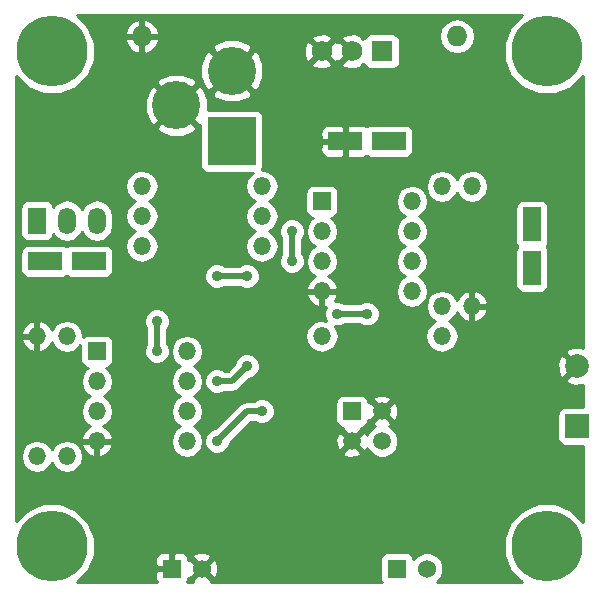
<source format=gbl>
G04 (created by PCBNEW (2013-07-07 BZR 4022)-stable) date Wed 10 May 2017 02:19:22 AM CDT*
%MOIN*%
G04 Gerber Fmt 3.4, Leading zero omitted, Abs format*
%FSLAX34Y34*%
G01*
G70*
G90*
G04 APERTURE LIST*
%ADD10C,0.00590551*%
%ADD11R,0.059X0.059*%
%ADD12O,0.059X0.059*%
%ADD13R,0.16X0.16*%
%ADD14C,0.16*%
%ADD15O,0.059X0.0885*%
%ADD16R,0.059X0.0885*%
%ADD17O,0.069X0.069*%
%ADD18C,0.23622*%
%ADD19R,0.069X0.069*%
%ADD20C,0.069*%
%ADD21C,0.059*%
%ADD22R,0.059X0.114*%
%ADD23R,0.114X0.059*%
%ADD24R,0.079X0.079*%
%ADD25C,0.079*%
%ADD26R,0.06X0.06*%
%ADD27C,0.06*%
%ADD28C,0.035*%
%ADD29C,0.02*%
%ADD30C,0.01*%
G04 APERTURE END LIST*
G54D10*
G54D11*
X78000Y-41000D03*
G54D12*
X78000Y-42000D03*
X78000Y-43000D03*
X78000Y-44000D03*
X81000Y-44000D03*
X81000Y-43000D03*
X81000Y-41000D03*
X81000Y-42000D03*
X82000Y-45500D03*
X78000Y-45500D03*
X82000Y-44500D03*
X82000Y-40500D03*
X83000Y-40500D03*
X83000Y-44500D03*
X72000Y-40500D03*
X76000Y-40500D03*
X72000Y-42500D03*
X76000Y-42500D03*
X76000Y-41500D03*
X72000Y-41500D03*
G54D13*
X75000Y-39000D03*
G54D14*
X75000Y-36650D03*
X73150Y-37800D03*
G54D15*
X69500Y-41647D03*
X70500Y-41647D03*
G54D16*
X68500Y-41647D03*
G54D17*
X72000Y-35500D03*
X82500Y-35500D03*
G54D18*
X69000Y-36000D03*
X85500Y-36000D03*
X69000Y-52500D03*
X85500Y-52500D03*
G54D19*
X80000Y-36000D03*
G54D20*
X78000Y-36000D03*
X79000Y-36000D03*
G54D11*
X79000Y-48000D03*
G54D21*
X80000Y-49000D03*
X80000Y-48000D03*
X79000Y-49000D03*
G54D22*
X85000Y-43225D03*
X85000Y-41775D03*
G54D23*
X80225Y-39000D03*
X78775Y-39000D03*
X70225Y-43000D03*
X68775Y-43000D03*
G54D12*
X69500Y-45500D03*
X69500Y-49500D03*
X68500Y-49500D03*
X68500Y-45500D03*
G54D11*
X70500Y-46000D03*
G54D12*
X70500Y-47000D03*
X70500Y-48000D03*
X70500Y-49000D03*
X73500Y-49000D03*
X73500Y-48000D03*
X73500Y-46000D03*
X73500Y-47000D03*
G54D24*
X86500Y-48500D03*
G54D25*
X86500Y-46500D03*
G54D26*
X80500Y-53250D03*
G54D27*
X81500Y-53250D03*
G54D26*
X73000Y-53250D03*
G54D27*
X74000Y-53250D03*
G54D28*
X76000Y-48000D03*
X74500Y-49000D03*
X77000Y-42000D03*
X77000Y-43000D03*
X75500Y-43500D03*
X74500Y-43500D03*
X72500Y-45000D03*
X72500Y-46000D03*
X79500Y-44750D03*
X78500Y-44750D03*
X75500Y-46500D03*
X74500Y-47000D03*
G54D29*
X75500Y-48000D02*
X76000Y-48000D01*
X74500Y-49000D02*
X75500Y-48000D01*
X77000Y-43000D02*
X77000Y-42000D01*
X74500Y-43500D02*
X75500Y-43500D01*
X72500Y-46000D02*
X72500Y-45000D01*
X78500Y-44750D02*
X79500Y-44750D01*
X75000Y-47000D02*
X75500Y-46500D01*
X74500Y-47000D02*
X75000Y-47000D01*
G54D10*
G36*
X86700Y-51676D02*
X86311Y-51287D01*
X85785Y-51069D01*
X85545Y-51068D01*
X85545Y-43745D01*
X85545Y-42605D01*
X85507Y-42513D01*
X85493Y-42500D01*
X85506Y-42486D01*
X85544Y-42394D01*
X85545Y-42295D01*
X85545Y-41155D01*
X85507Y-41063D01*
X85436Y-40993D01*
X85344Y-40955D01*
X85245Y-40954D01*
X84655Y-40954D01*
X84563Y-40992D01*
X84493Y-41063D01*
X84455Y-41155D01*
X84454Y-41254D01*
X84454Y-42394D01*
X84492Y-42486D01*
X84506Y-42499D01*
X84493Y-42513D01*
X84455Y-42605D01*
X84454Y-42704D01*
X84454Y-43844D01*
X84492Y-43936D01*
X84563Y-44006D01*
X84655Y-44044D01*
X84754Y-44045D01*
X85344Y-44045D01*
X85436Y-44007D01*
X85506Y-43936D01*
X85544Y-43844D01*
X85545Y-43745D01*
X85545Y-51068D01*
X85216Y-51068D01*
X84690Y-51286D01*
X84287Y-51688D01*
X84069Y-52214D01*
X84068Y-52783D01*
X84286Y-53309D01*
X84675Y-53700D01*
X83545Y-53700D01*
X83545Y-40510D01*
X83545Y-40489D01*
X83503Y-40280D01*
X83385Y-40103D01*
X83208Y-39985D01*
X83106Y-39965D01*
X83106Y-35500D01*
X83061Y-35272D01*
X82932Y-35079D01*
X82739Y-34950D01*
X82511Y-34905D01*
X82488Y-34905D01*
X82260Y-34950D01*
X82067Y-35079D01*
X81938Y-35272D01*
X81893Y-35500D01*
X81938Y-35727D01*
X82067Y-35920D01*
X82260Y-36049D01*
X82488Y-36095D01*
X82511Y-36095D01*
X82739Y-36049D01*
X82932Y-35920D01*
X83061Y-35727D01*
X83106Y-35500D01*
X83106Y-39965D01*
X83000Y-39944D01*
X82791Y-39985D01*
X82614Y-40103D01*
X82500Y-40275D01*
X82385Y-40103D01*
X82208Y-39985D01*
X82000Y-39944D01*
X81791Y-39985D01*
X81614Y-40103D01*
X81496Y-40280D01*
X81455Y-40489D01*
X81455Y-40510D01*
X81496Y-40719D01*
X81614Y-40896D01*
X81791Y-41014D01*
X82000Y-41055D01*
X82208Y-41014D01*
X82385Y-40896D01*
X82500Y-40724D01*
X82614Y-40896D01*
X82791Y-41014D01*
X83000Y-41055D01*
X83208Y-41014D01*
X83385Y-40896D01*
X83503Y-40719D01*
X83545Y-40510D01*
X83545Y-53700D01*
X83528Y-53700D01*
X83528Y-44634D01*
X83528Y-44365D01*
X83436Y-44173D01*
X83278Y-44031D01*
X83134Y-43971D01*
X83050Y-44020D01*
X83050Y-44450D01*
X83480Y-44450D01*
X83528Y-44365D01*
X83528Y-44634D01*
X83480Y-44550D01*
X83050Y-44550D01*
X83050Y-44979D01*
X83134Y-45028D01*
X83278Y-44968D01*
X83436Y-44826D01*
X83528Y-44634D01*
X83528Y-53700D01*
X82950Y-53700D01*
X82950Y-44979D01*
X82950Y-44550D01*
X82942Y-44550D01*
X82942Y-44450D01*
X82950Y-44450D01*
X82950Y-44020D01*
X82865Y-43971D01*
X82721Y-44031D01*
X82563Y-44173D01*
X82506Y-44293D01*
X82503Y-44280D01*
X82385Y-44103D01*
X82208Y-43985D01*
X82000Y-43944D01*
X81791Y-43985D01*
X81614Y-44103D01*
X81545Y-44208D01*
X81545Y-44010D01*
X81545Y-43989D01*
X81503Y-43780D01*
X81385Y-43603D01*
X81229Y-43500D01*
X81385Y-43396D01*
X81503Y-43219D01*
X81545Y-43010D01*
X81545Y-42989D01*
X81503Y-42780D01*
X81385Y-42603D01*
X81229Y-42500D01*
X81385Y-42396D01*
X81503Y-42219D01*
X81545Y-42010D01*
X81545Y-41989D01*
X81503Y-41780D01*
X81385Y-41603D01*
X81229Y-41500D01*
X81385Y-41396D01*
X81503Y-41219D01*
X81545Y-41010D01*
X81545Y-40989D01*
X81503Y-40780D01*
X81385Y-40603D01*
X81208Y-40485D01*
X81045Y-40453D01*
X81045Y-39245D01*
X81045Y-38655D01*
X81007Y-38563D01*
X80936Y-38493D01*
X80844Y-38455D01*
X80745Y-38454D01*
X80595Y-38454D01*
X80595Y-36295D01*
X80595Y-35605D01*
X80557Y-35513D01*
X80486Y-35443D01*
X80394Y-35405D01*
X80295Y-35404D01*
X79605Y-35404D01*
X79513Y-35442D01*
X79443Y-35513D01*
X79421Y-35565D01*
X79392Y-35536D01*
X79347Y-35581D01*
X79314Y-35481D01*
X79092Y-35400D01*
X78856Y-35410D01*
X78685Y-35481D01*
X78652Y-35581D01*
X79000Y-35929D01*
X79005Y-35923D01*
X79076Y-35994D01*
X79070Y-36000D01*
X79076Y-36005D01*
X79005Y-36076D01*
X79000Y-36070D01*
X78929Y-36141D01*
X78929Y-36000D01*
X78581Y-35652D01*
X78500Y-35678D01*
X78418Y-35652D01*
X78347Y-35722D01*
X78347Y-35581D01*
X78314Y-35481D01*
X78092Y-35400D01*
X77856Y-35410D01*
X77685Y-35481D01*
X77652Y-35581D01*
X78000Y-35929D01*
X78347Y-35581D01*
X78347Y-35722D01*
X78070Y-36000D01*
X78418Y-36347D01*
X78500Y-36321D01*
X78581Y-36347D01*
X78929Y-36000D01*
X78929Y-36141D01*
X78652Y-36418D01*
X78685Y-36518D01*
X78907Y-36599D01*
X79143Y-36589D01*
X79314Y-36518D01*
X79347Y-36418D01*
X79347Y-36418D01*
X79392Y-36463D01*
X79421Y-36434D01*
X79442Y-36486D01*
X79513Y-36556D01*
X79605Y-36594D01*
X79704Y-36595D01*
X80394Y-36595D01*
X80486Y-36557D01*
X80556Y-36486D01*
X80594Y-36394D01*
X80595Y-36295D01*
X80595Y-38454D01*
X79605Y-38454D01*
X79513Y-38492D01*
X79500Y-38506D01*
X79486Y-38492D01*
X79394Y-38454D01*
X79347Y-38454D01*
X78887Y-38455D01*
X78825Y-38517D01*
X78825Y-38950D01*
X78832Y-38950D01*
X78832Y-39050D01*
X78825Y-39050D01*
X78825Y-39482D01*
X78887Y-39545D01*
X79394Y-39545D01*
X79486Y-39507D01*
X79499Y-39493D01*
X79513Y-39506D01*
X79605Y-39544D01*
X79704Y-39545D01*
X80844Y-39545D01*
X80936Y-39507D01*
X81006Y-39436D01*
X81044Y-39344D01*
X81045Y-39245D01*
X81045Y-40453D01*
X81000Y-40444D01*
X80791Y-40485D01*
X80614Y-40603D01*
X80496Y-40780D01*
X80455Y-40989D01*
X80455Y-41010D01*
X80496Y-41219D01*
X80614Y-41396D01*
X80770Y-41500D01*
X80614Y-41603D01*
X80496Y-41780D01*
X80455Y-41989D01*
X80455Y-42010D01*
X80496Y-42219D01*
X80614Y-42396D01*
X80770Y-42500D01*
X80614Y-42603D01*
X80496Y-42780D01*
X80455Y-42989D01*
X80455Y-43010D01*
X80496Y-43219D01*
X80614Y-43396D01*
X80770Y-43500D01*
X80614Y-43603D01*
X80496Y-43780D01*
X80455Y-43989D01*
X80455Y-44010D01*
X80496Y-44219D01*
X80614Y-44396D01*
X80791Y-44514D01*
X81000Y-44555D01*
X81208Y-44514D01*
X81385Y-44396D01*
X81503Y-44219D01*
X81545Y-44010D01*
X81545Y-44208D01*
X81496Y-44280D01*
X81455Y-44489D01*
X81455Y-44510D01*
X81496Y-44719D01*
X81614Y-44896D01*
X81772Y-45001D01*
X81603Y-45114D01*
X81485Y-45291D01*
X81444Y-45500D01*
X81485Y-45708D01*
X81603Y-45885D01*
X81780Y-46003D01*
X81989Y-46045D01*
X82010Y-46045D01*
X82219Y-46003D01*
X82396Y-45885D01*
X82514Y-45708D01*
X82555Y-45500D01*
X82514Y-45291D01*
X82396Y-45114D01*
X82227Y-45001D01*
X82385Y-44896D01*
X82503Y-44719D01*
X82506Y-44706D01*
X82563Y-44826D01*
X82721Y-44968D01*
X82865Y-45028D01*
X82950Y-44979D01*
X82950Y-53700D01*
X81827Y-53700D01*
X81965Y-53561D01*
X82049Y-53359D01*
X82050Y-53141D01*
X81966Y-52938D01*
X81811Y-52784D01*
X81609Y-52700D01*
X81391Y-52699D01*
X81188Y-52783D01*
X81050Y-52922D01*
X81050Y-52900D01*
X81012Y-52808D01*
X80941Y-52738D01*
X80849Y-52700D01*
X80750Y-52699D01*
X80549Y-52699D01*
X80549Y-48080D01*
X80538Y-47864D01*
X80477Y-47715D01*
X80382Y-47688D01*
X80311Y-47759D01*
X80311Y-47617D01*
X80284Y-47522D01*
X80080Y-47450D01*
X79925Y-47458D01*
X79925Y-44665D01*
X79860Y-44509D01*
X79741Y-44389D01*
X79584Y-44325D01*
X79415Y-44324D01*
X79259Y-44389D01*
X79249Y-44400D01*
X78751Y-44400D01*
X78741Y-44389D01*
X78725Y-44383D01*
X78725Y-39482D01*
X78725Y-39050D01*
X78725Y-38950D01*
X78725Y-38517D01*
X78662Y-38455D01*
X78347Y-38454D01*
X78347Y-36418D01*
X78000Y-36070D01*
X77929Y-36141D01*
X77929Y-36000D01*
X77581Y-35652D01*
X77481Y-35685D01*
X77400Y-35907D01*
X77410Y-36143D01*
X77481Y-36314D01*
X77581Y-36347D01*
X77929Y-36000D01*
X77929Y-36141D01*
X77652Y-36418D01*
X77685Y-36518D01*
X77907Y-36599D01*
X78143Y-36589D01*
X78314Y-36518D01*
X78347Y-36418D01*
X78347Y-38454D01*
X78155Y-38454D01*
X78063Y-38492D01*
X77993Y-38563D01*
X77955Y-38655D01*
X77954Y-38754D01*
X77955Y-38887D01*
X78017Y-38950D01*
X78725Y-38950D01*
X78725Y-39050D01*
X78017Y-39050D01*
X77955Y-39112D01*
X77954Y-39245D01*
X77955Y-39344D01*
X77993Y-39436D01*
X78063Y-39507D01*
X78155Y-39545D01*
X78662Y-39545D01*
X78725Y-39482D01*
X78725Y-44383D01*
X78584Y-44325D01*
X78545Y-44325D01*
X78545Y-41245D01*
X78545Y-40655D01*
X78507Y-40563D01*
X78436Y-40493D01*
X78344Y-40455D01*
X78245Y-40454D01*
X77655Y-40454D01*
X77563Y-40492D01*
X77493Y-40563D01*
X77455Y-40655D01*
X77454Y-40754D01*
X77454Y-41344D01*
X77492Y-41436D01*
X77563Y-41506D01*
X77655Y-41544D01*
X77702Y-41544D01*
X77614Y-41603D01*
X77496Y-41780D01*
X77455Y-41989D01*
X77455Y-42010D01*
X77496Y-42219D01*
X77614Y-42396D01*
X77770Y-42500D01*
X77614Y-42603D01*
X77496Y-42780D01*
X77455Y-42989D01*
X77455Y-43010D01*
X77496Y-43219D01*
X77614Y-43396D01*
X77780Y-43507D01*
X77721Y-43531D01*
X77563Y-43673D01*
X77471Y-43865D01*
X77519Y-43950D01*
X77950Y-43950D01*
X77950Y-43942D01*
X78050Y-43942D01*
X78050Y-43950D01*
X78480Y-43950D01*
X78528Y-43865D01*
X78436Y-43673D01*
X78278Y-43531D01*
X78219Y-43507D01*
X78385Y-43396D01*
X78503Y-43219D01*
X78545Y-43010D01*
X78545Y-42989D01*
X78503Y-42780D01*
X78385Y-42603D01*
X78229Y-42500D01*
X78385Y-42396D01*
X78503Y-42219D01*
X78545Y-42010D01*
X78545Y-41989D01*
X78503Y-41780D01*
X78385Y-41603D01*
X78297Y-41545D01*
X78344Y-41545D01*
X78436Y-41507D01*
X78506Y-41436D01*
X78544Y-41344D01*
X78545Y-41245D01*
X78545Y-44325D01*
X78437Y-44324D01*
X78528Y-44134D01*
X78480Y-44050D01*
X78050Y-44050D01*
X78050Y-44479D01*
X78132Y-44527D01*
X78075Y-44665D01*
X78074Y-44834D01*
X78135Y-44979D01*
X78010Y-44955D01*
X77989Y-44955D01*
X77950Y-44962D01*
X77950Y-44479D01*
X77950Y-44050D01*
X77519Y-44050D01*
X77471Y-44134D01*
X77563Y-44326D01*
X77721Y-44468D01*
X77865Y-44528D01*
X77950Y-44479D01*
X77950Y-44962D01*
X77780Y-44996D01*
X77603Y-45114D01*
X77485Y-45291D01*
X77444Y-45500D01*
X77485Y-45708D01*
X77603Y-45885D01*
X77780Y-46003D01*
X77989Y-46045D01*
X78010Y-46045D01*
X78219Y-46003D01*
X78396Y-45885D01*
X78514Y-45708D01*
X78555Y-45500D01*
X78514Y-45291D01*
X78436Y-45174D01*
X78584Y-45175D01*
X78740Y-45110D01*
X78750Y-45100D01*
X79248Y-45100D01*
X79258Y-45110D01*
X79415Y-45174D01*
X79584Y-45175D01*
X79740Y-45110D01*
X79860Y-44991D01*
X79924Y-44834D01*
X79925Y-44665D01*
X79925Y-47458D01*
X79864Y-47461D01*
X79715Y-47522D01*
X79688Y-47617D01*
X80000Y-47929D01*
X80311Y-47617D01*
X80311Y-47759D01*
X80070Y-48000D01*
X80382Y-48311D01*
X80477Y-48284D01*
X80549Y-48080D01*
X80549Y-52699D01*
X80545Y-52699D01*
X80545Y-48892D01*
X80462Y-48691D01*
X80309Y-48538D01*
X80223Y-48502D01*
X80284Y-48477D01*
X80311Y-48382D01*
X80000Y-48070D01*
X79929Y-48141D01*
X79929Y-48000D01*
X79617Y-47688D01*
X79545Y-47708D01*
X79545Y-47655D01*
X79507Y-47563D01*
X79436Y-47493D01*
X79344Y-47455D01*
X79245Y-47454D01*
X78655Y-47454D01*
X78563Y-47492D01*
X78493Y-47563D01*
X78455Y-47655D01*
X78454Y-47754D01*
X78454Y-48344D01*
X78492Y-48436D01*
X78563Y-48506D01*
X78655Y-48544D01*
X78708Y-48545D01*
X78688Y-48617D01*
X79000Y-48929D01*
X79311Y-48617D01*
X79291Y-48545D01*
X79344Y-48545D01*
X79436Y-48507D01*
X79506Y-48436D01*
X79544Y-48344D01*
X79545Y-48291D01*
X79617Y-48311D01*
X79929Y-48000D01*
X79929Y-48141D01*
X79688Y-48382D01*
X79715Y-48477D01*
X79781Y-48500D01*
X79691Y-48537D01*
X79538Y-48690D01*
X79502Y-48776D01*
X79477Y-48715D01*
X79382Y-48688D01*
X79070Y-49000D01*
X79382Y-49311D01*
X79477Y-49284D01*
X79500Y-49218D01*
X79537Y-49308D01*
X79690Y-49461D01*
X79891Y-49544D01*
X80107Y-49545D01*
X80308Y-49462D01*
X80461Y-49309D01*
X80544Y-49108D01*
X80545Y-48892D01*
X80545Y-52699D01*
X80150Y-52699D01*
X80058Y-52737D01*
X79988Y-52808D01*
X79950Y-52900D01*
X79949Y-52999D01*
X79949Y-53599D01*
X79987Y-53691D01*
X79996Y-53700D01*
X79311Y-53700D01*
X79311Y-49382D01*
X79000Y-49070D01*
X78929Y-49141D01*
X78929Y-49000D01*
X78617Y-48688D01*
X78522Y-48715D01*
X78450Y-48919D01*
X78461Y-49135D01*
X78522Y-49284D01*
X78617Y-49311D01*
X78929Y-49000D01*
X78929Y-49141D01*
X78688Y-49382D01*
X78715Y-49477D01*
X78919Y-49549D01*
X79135Y-49538D01*
X79284Y-49477D01*
X79311Y-49382D01*
X79311Y-53700D01*
X77425Y-53700D01*
X77425Y-42915D01*
X77360Y-42759D01*
X77350Y-42749D01*
X77350Y-42251D01*
X77360Y-42241D01*
X77424Y-42084D01*
X77425Y-41915D01*
X77360Y-41759D01*
X77241Y-41639D01*
X77084Y-41575D01*
X76915Y-41574D01*
X76759Y-41639D01*
X76639Y-41758D01*
X76575Y-41915D01*
X76574Y-42084D01*
X76639Y-42240D01*
X76650Y-42250D01*
X76650Y-42748D01*
X76639Y-42758D01*
X76575Y-42915D01*
X76574Y-43084D01*
X76639Y-43240D01*
X76758Y-43360D01*
X76915Y-43424D01*
X77084Y-43425D01*
X77240Y-43360D01*
X77360Y-43241D01*
X77424Y-43084D01*
X77425Y-42915D01*
X77425Y-53700D01*
X76555Y-53700D01*
X76555Y-42500D01*
X76514Y-42291D01*
X76396Y-42114D01*
X76224Y-42000D01*
X76396Y-41885D01*
X76514Y-41708D01*
X76555Y-41500D01*
X76514Y-41291D01*
X76396Y-41114D01*
X76224Y-41000D01*
X76396Y-40885D01*
X76514Y-40708D01*
X76555Y-40500D01*
X76514Y-40291D01*
X76396Y-40114D01*
X76219Y-39996D01*
X76051Y-39963D01*
X76051Y-36851D01*
X76048Y-36433D01*
X75894Y-36061D01*
X75747Y-35973D01*
X75676Y-36044D01*
X75676Y-35902D01*
X75588Y-35755D01*
X75201Y-35598D01*
X74783Y-35601D01*
X74411Y-35755D01*
X74323Y-35902D01*
X75000Y-36579D01*
X75676Y-35902D01*
X75676Y-36044D01*
X75070Y-36650D01*
X75747Y-37326D01*
X75894Y-37238D01*
X76051Y-36851D01*
X76051Y-39963D01*
X76010Y-39955D01*
X75998Y-39955D01*
X76011Y-39941D01*
X76049Y-39849D01*
X76050Y-39750D01*
X76050Y-38150D01*
X76012Y-38058D01*
X75941Y-37988D01*
X75849Y-37950D01*
X75750Y-37949D01*
X75676Y-37949D01*
X75676Y-37397D01*
X75000Y-36720D01*
X74929Y-36791D01*
X74929Y-36650D01*
X74252Y-35973D01*
X74105Y-36061D01*
X73948Y-36448D01*
X73951Y-36866D01*
X74105Y-37238D01*
X74252Y-37326D01*
X74929Y-36650D01*
X74929Y-36791D01*
X74323Y-37397D01*
X74411Y-37544D01*
X74798Y-37701D01*
X75216Y-37698D01*
X75588Y-37544D01*
X75676Y-37397D01*
X75676Y-37949D01*
X74201Y-37949D01*
X74198Y-37583D01*
X74044Y-37211D01*
X73897Y-37123D01*
X73826Y-37194D01*
X73826Y-37052D01*
X73738Y-36905D01*
X73351Y-36748D01*
X72933Y-36751D01*
X72577Y-36898D01*
X72577Y-35642D01*
X72577Y-35357D01*
X72509Y-35191D01*
X72352Y-35020D01*
X72142Y-34922D01*
X72050Y-34969D01*
X72050Y-35450D01*
X72530Y-35450D01*
X72577Y-35357D01*
X72577Y-35642D01*
X72530Y-35550D01*
X72050Y-35550D01*
X72050Y-36030D01*
X72142Y-36077D01*
X72352Y-35979D01*
X72509Y-35808D01*
X72577Y-35642D01*
X72577Y-36898D01*
X72561Y-36905D01*
X72473Y-37052D01*
X73150Y-37729D01*
X73826Y-37052D01*
X73826Y-37194D01*
X73220Y-37800D01*
X73897Y-38476D01*
X73949Y-38444D01*
X73949Y-39849D01*
X73987Y-39941D01*
X74058Y-40011D01*
X74150Y-40049D01*
X74249Y-40050D01*
X75700Y-40050D01*
X75603Y-40114D01*
X75485Y-40291D01*
X75444Y-40500D01*
X75485Y-40708D01*
X75603Y-40885D01*
X75775Y-41000D01*
X75603Y-41114D01*
X75485Y-41291D01*
X75444Y-41500D01*
X75485Y-41708D01*
X75603Y-41885D01*
X75775Y-42000D01*
X75603Y-42114D01*
X75485Y-42291D01*
X75444Y-42500D01*
X75485Y-42708D01*
X75603Y-42885D01*
X75780Y-43003D01*
X75989Y-43045D01*
X76010Y-43045D01*
X76219Y-43003D01*
X76396Y-42885D01*
X76514Y-42708D01*
X76555Y-42500D01*
X76555Y-53700D01*
X76425Y-53700D01*
X76425Y-47915D01*
X76360Y-47759D01*
X76241Y-47639D01*
X76084Y-47575D01*
X75925Y-47574D01*
X75925Y-46415D01*
X75925Y-43415D01*
X75860Y-43259D01*
X75741Y-43139D01*
X75584Y-43075D01*
X75415Y-43074D01*
X75259Y-43139D01*
X75249Y-43150D01*
X74751Y-43150D01*
X74741Y-43139D01*
X74584Y-43075D01*
X74415Y-43074D01*
X74259Y-43139D01*
X74139Y-43258D01*
X74075Y-43415D01*
X74074Y-43584D01*
X74139Y-43740D01*
X74258Y-43860D01*
X74415Y-43924D01*
X74584Y-43925D01*
X74740Y-43860D01*
X74750Y-43850D01*
X75248Y-43850D01*
X75258Y-43860D01*
X75415Y-43924D01*
X75584Y-43925D01*
X75740Y-43860D01*
X75860Y-43741D01*
X75924Y-43584D01*
X75925Y-43415D01*
X75925Y-46415D01*
X75860Y-46259D01*
X75741Y-46139D01*
X75584Y-46075D01*
X75415Y-46074D01*
X75259Y-46139D01*
X75139Y-46258D01*
X75075Y-46415D01*
X75075Y-46429D01*
X74855Y-46650D01*
X74751Y-46650D01*
X74741Y-46639D01*
X74584Y-46575D01*
X74415Y-46574D01*
X74259Y-46639D01*
X74139Y-46758D01*
X74075Y-46915D01*
X74074Y-47084D01*
X74139Y-47240D01*
X74258Y-47360D01*
X74415Y-47424D01*
X74584Y-47425D01*
X74740Y-47360D01*
X74750Y-47350D01*
X75000Y-47350D01*
X75133Y-47323D01*
X75133Y-47323D01*
X75247Y-47247D01*
X75569Y-46925D01*
X75584Y-46925D01*
X75740Y-46860D01*
X75860Y-46741D01*
X75924Y-46584D01*
X75925Y-46415D01*
X75925Y-47574D01*
X75915Y-47574D01*
X75759Y-47639D01*
X75749Y-47650D01*
X75500Y-47650D01*
X75366Y-47676D01*
X75252Y-47752D01*
X74430Y-48574D01*
X74415Y-48574D01*
X74259Y-48639D01*
X74139Y-48758D01*
X74075Y-48915D01*
X74074Y-49084D01*
X74139Y-49240D01*
X74258Y-49360D01*
X74415Y-49424D01*
X74584Y-49425D01*
X74740Y-49360D01*
X74860Y-49241D01*
X74924Y-49084D01*
X74924Y-49070D01*
X75644Y-48350D01*
X75748Y-48350D01*
X75758Y-48360D01*
X75915Y-48424D01*
X76084Y-48425D01*
X76240Y-48360D01*
X76360Y-48241D01*
X76424Y-48084D01*
X76425Y-47915D01*
X76425Y-53700D01*
X74554Y-53700D01*
X74554Y-53331D01*
X74543Y-53113D01*
X74481Y-52962D01*
X74385Y-52934D01*
X74315Y-53005D01*
X74315Y-52864D01*
X74287Y-52768D01*
X74081Y-52695D01*
X74045Y-52697D01*
X74045Y-49010D01*
X74045Y-48989D01*
X74003Y-48780D01*
X73885Y-48603D01*
X73729Y-48500D01*
X73885Y-48396D01*
X74003Y-48219D01*
X74045Y-48010D01*
X74045Y-47989D01*
X74003Y-47780D01*
X73885Y-47603D01*
X73729Y-47500D01*
X73885Y-47396D01*
X74003Y-47219D01*
X74045Y-47010D01*
X74045Y-46989D01*
X74003Y-46780D01*
X73885Y-46603D01*
X73729Y-46500D01*
X73885Y-46396D01*
X74003Y-46219D01*
X74045Y-46010D01*
X74045Y-45989D01*
X74003Y-45780D01*
X73885Y-45603D01*
X73826Y-45564D01*
X73826Y-38547D01*
X73150Y-37870D01*
X73079Y-37941D01*
X73079Y-37800D01*
X72402Y-37123D01*
X72255Y-37211D01*
X72098Y-37598D01*
X72101Y-38016D01*
X72255Y-38388D01*
X72402Y-38476D01*
X73079Y-37800D01*
X73079Y-37941D01*
X72473Y-38547D01*
X72561Y-38694D01*
X72948Y-38851D01*
X73366Y-38848D01*
X73738Y-38694D01*
X73826Y-38547D01*
X73826Y-45564D01*
X73708Y-45485D01*
X73500Y-45444D01*
X73291Y-45485D01*
X73114Y-45603D01*
X72996Y-45780D01*
X72955Y-45989D01*
X72955Y-46010D01*
X72996Y-46219D01*
X73114Y-46396D01*
X73270Y-46500D01*
X73114Y-46603D01*
X72996Y-46780D01*
X72955Y-46989D01*
X72955Y-47010D01*
X72996Y-47219D01*
X73114Y-47396D01*
X73270Y-47500D01*
X73114Y-47603D01*
X72996Y-47780D01*
X72955Y-47989D01*
X72955Y-48010D01*
X72996Y-48219D01*
X73114Y-48396D01*
X73270Y-48500D01*
X73114Y-48603D01*
X72996Y-48780D01*
X72955Y-48989D01*
X72955Y-49010D01*
X72996Y-49219D01*
X73114Y-49396D01*
X73291Y-49514D01*
X73500Y-49555D01*
X73708Y-49514D01*
X73885Y-49396D01*
X74003Y-49219D01*
X74045Y-49010D01*
X74045Y-52697D01*
X73863Y-52706D01*
X73712Y-52768D01*
X73684Y-52864D01*
X74000Y-53179D01*
X74315Y-52864D01*
X74315Y-53005D01*
X74070Y-53250D01*
X74385Y-53565D01*
X74481Y-53537D01*
X74554Y-53331D01*
X74554Y-53700D01*
X74296Y-53700D01*
X74315Y-53635D01*
X74000Y-53320D01*
X73684Y-53635D01*
X73703Y-53700D01*
X73503Y-53700D01*
X73511Y-53691D01*
X73549Y-53599D01*
X73550Y-53546D01*
X73614Y-53565D01*
X73929Y-53250D01*
X73614Y-52934D01*
X73550Y-52953D01*
X73549Y-52900D01*
X73511Y-52808D01*
X73441Y-52737D01*
X73349Y-52699D01*
X73112Y-52700D01*
X73050Y-52762D01*
X73050Y-53200D01*
X73057Y-53200D01*
X73057Y-53300D01*
X73050Y-53300D01*
X73050Y-53307D01*
X72950Y-53307D01*
X72950Y-53300D01*
X72950Y-53200D01*
X72950Y-52762D01*
X72925Y-52737D01*
X72925Y-45915D01*
X72860Y-45759D01*
X72850Y-45749D01*
X72850Y-45251D01*
X72860Y-45241D01*
X72924Y-45084D01*
X72925Y-44915D01*
X72860Y-44759D01*
X72741Y-44639D01*
X72584Y-44575D01*
X72555Y-44575D01*
X72555Y-42500D01*
X72514Y-42291D01*
X72396Y-42114D01*
X72224Y-42000D01*
X72396Y-41885D01*
X72514Y-41708D01*
X72555Y-41500D01*
X72514Y-41291D01*
X72396Y-41114D01*
X72224Y-41000D01*
X72396Y-40885D01*
X72514Y-40708D01*
X72555Y-40500D01*
X72514Y-40291D01*
X72396Y-40114D01*
X72219Y-39996D01*
X72010Y-39955D01*
X71989Y-39955D01*
X71950Y-39962D01*
X71950Y-36030D01*
X71950Y-35550D01*
X71950Y-35450D01*
X71950Y-34969D01*
X71857Y-34922D01*
X71647Y-35020D01*
X71490Y-35191D01*
X71422Y-35357D01*
X71469Y-35450D01*
X71950Y-35450D01*
X71950Y-35550D01*
X71469Y-35550D01*
X71422Y-35642D01*
X71490Y-35808D01*
X71647Y-35979D01*
X71857Y-36077D01*
X71950Y-36030D01*
X71950Y-39962D01*
X71780Y-39996D01*
X71603Y-40114D01*
X71485Y-40291D01*
X71444Y-40500D01*
X71485Y-40708D01*
X71603Y-40885D01*
X71775Y-41000D01*
X71603Y-41114D01*
X71485Y-41291D01*
X71444Y-41500D01*
X71485Y-41708D01*
X71603Y-41885D01*
X71775Y-42000D01*
X71603Y-42114D01*
X71485Y-42291D01*
X71444Y-42500D01*
X71485Y-42708D01*
X71603Y-42885D01*
X71780Y-43003D01*
X71989Y-43045D01*
X72010Y-43045D01*
X72219Y-43003D01*
X72396Y-42885D01*
X72514Y-42708D01*
X72555Y-42500D01*
X72555Y-44575D01*
X72415Y-44574D01*
X72259Y-44639D01*
X72139Y-44758D01*
X72075Y-44915D01*
X72074Y-45084D01*
X72139Y-45240D01*
X72150Y-45250D01*
X72150Y-45748D01*
X72139Y-45758D01*
X72075Y-45915D01*
X72074Y-46084D01*
X72139Y-46240D01*
X72258Y-46360D01*
X72415Y-46424D01*
X72584Y-46425D01*
X72740Y-46360D01*
X72860Y-46241D01*
X72924Y-46084D01*
X72925Y-45915D01*
X72925Y-52737D01*
X72887Y-52700D01*
X72650Y-52699D01*
X72558Y-52737D01*
X72488Y-52808D01*
X72450Y-52900D01*
X72449Y-52999D01*
X72450Y-53137D01*
X72512Y-53200D01*
X72950Y-53200D01*
X72950Y-53300D01*
X72512Y-53300D01*
X72450Y-53362D01*
X72449Y-53500D01*
X72450Y-53599D01*
X72488Y-53691D01*
X72496Y-53700D01*
X71045Y-53700D01*
X71045Y-46245D01*
X71045Y-45655D01*
X71045Y-43245D01*
X71045Y-42655D01*
X71045Y-42655D01*
X71045Y-41808D01*
X71045Y-41486D01*
X71003Y-41277D01*
X70885Y-41101D01*
X70708Y-40982D01*
X70500Y-40941D01*
X70291Y-40982D01*
X70114Y-41101D01*
X70000Y-41272D01*
X69885Y-41101D01*
X69708Y-40982D01*
X69500Y-40941D01*
X69291Y-40982D01*
X69114Y-41101D01*
X69045Y-41205D01*
X69045Y-41155D01*
X69007Y-41063D01*
X68936Y-40993D01*
X68844Y-40955D01*
X68745Y-40954D01*
X68155Y-40954D01*
X68063Y-40992D01*
X67993Y-41063D01*
X67955Y-41155D01*
X67954Y-41254D01*
X67954Y-42139D01*
X67992Y-42231D01*
X68063Y-42301D01*
X68155Y-42339D01*
X68254Y-42340D01*
X68844Y-42340D01*
X68936Y-42302D01*
X69006Y-42231D01*
X69044Y-42139D01*
X69045Y-42089D01*
X69114Y-42193D01*
X69291Y-42312D01*
X69500Y-42353D01*
X69708Y-42312D01*
X69885Y-42193D01*
X70000Y-42022D01*
X70114Y-42193D01*
X70291Y-42312D01*
X70500Y-42353D01*
X70708Y-42312D01*
X70885Y-42193D01*
X71003Y-42017D01*
X71045Y-41808D01*
X71045Y-42655D01*
X71007Y-42563D01*
X70936Y-42493D01*
X70844Y-42455D01*
X70745Y-42454D01*
X69605Y-42454D01*
X69513Y-42492D01*
X69500Y-42506D01*
X69486Y-42493D01*
X69394Y-42455D01*
X69295Y-42454D01*
X68155Y-42454D01*
X68063Y-42492D01*
X67993Y-42563D01*
X67955Y-42655D01*
X67954Y-42754D01*
X67954Y-43344D01*
X67992Y-43436D01*
X68063Y-43506D01*
X68155Y-43544D01*
X68254Y-43545D01*
X69394Y-43545D01*
X69486Y-43507D01*
X69499Y-43493D01*
X69513Y-43506D01*
X69605Y-43544D01*
X69704Y-43545D01*
X70844Y-43545D01*
X70936Y-43507D01*
X71006Y-43436D01*
X71044Y-43344D01*
X71045Y-43245D01*
X71045Y-45655D01*
X71007Y-45563D01*
X70936Y-45493D01*
X70844Y-45455D01*
X70745Y-45454D01*
X70155Y-45454D01*
X70063Y-45492D01*
X70044Y-45511D01*
X70045Y-45510D01*
X70045Y-45489D01*
X70003Y-45280D01*
X69885Y-45103D01*
X69708Y-44985D01*
X69500Y-44944D01*
X69291Y-44985D01*
X69114Y-45103D01*
X68996Y-45280D01*
X68993Y-45293D01*
X68936Y-45173D01*
X68778Y-45031D01*
X68634Y-44971D01*
X68550Y-45020D01*
X68550Y-45450D01*
X68557Y-45450D01*
X68557Y-45550D01*
X68550Y-45550D01*
X68550Y-45979D01*
X68634Y-46028D01*
X68778Y-45968D01*
X68936Y-45826D01*
X68993Y-45706D01*
X68996Y-45719D01*
X69114Y-45896D01*
X69291Y-46014D01*
X69500Y-46055D01*
X69708Y-46014D01*
X69885Y-45896D01*
X69954Y-45791D01*
X69954Y-46344D01*
X69992Y-46436D01*
X70063Y-46506D01*
X70155Y-46544D01*
X70202Y-46544D01*
X70114Y-46603D01*
X69996Y-46780D01*
X69955Y-46989D01*
X69955Y-47010D01*
X69996Y-47219D01*
X70114Y-47396D01*
X70270Y-47500D01*
X70114Y-47603D01*
X69996Y-47780D01*
X69955Y-47989D01*
X69955Y-48010D01*
X69996Y-48219D01*
X70114Y-48396D01*
X70280Y-48507D01*
X70221Y-48531D01*
X70063Y-48673D01*
X69971Y-48865D01*
X70019Y-48950D01*
X70450Y-48950D01*
X70450Y-48942D01*
X70550Y-48942D01*
X70550Y-48950D01*
X70980Y-48950D01*
X71028Y-48865D01*
X70936Y-48673D01*
X70778Y-48531D01*
X70719Y-48507D01*
X70885Y-48396D01*
X71003Y-48219D01*
X71045Y-48010D01*
X71045Y-47989D01*
X71003Y-47780D01*
X70885Y-47603D01*
X70729Y-47500D01*
X70885Y-47396D01*
X71003Y-47219D01*
X71045Y-47010D01*
X71045Y-46989D01*
X71003Y-46780D01*
X70885Y-46603D01*
X70797Y-46545D01*
X70844Y-46545D01*
X70936Y-46507D01*
X71006Y-46436D01*
X71044Y-46344D01*
X71045Y-46245D01*
X71045Y-53700D01*
X71028Y-53700D01*
X71028Y-49134D01*
X70980Y-49050D01*
X70550Y-49050D01*
X70550Y-49479D01*
X70634Y-49528D01*
X70778Y-49468D01*
X70936Y-49326D01*
X71028Y-49134D01*
X71028Y-53700D01*
X70450Y-53700D01*
X70450Y-49479D01*
X70450Y-49050D01*
X70019Y-49050D01*
X69971Y-49134D01*
X70063Y-49326D01*
X70221Y-49468D01*
X70365Y-49528D01*
X70450Y-49479D01*
X70450Y-53700D01*
X69823Y-53700D01*
X70212Y-53311D01*
X70430Y-52785D01*
X70431Y-52216D01*
X70213Y-51690D01*
X70045Y-51521D01*
X70045Y-49510D01*
X70045Y-49489D01*
X70003Y-49280D01*
X69885Y-49103D01*
X69708Y-48985D01*
X69500Y-48944D01*
X69291Y-48985D01*
X69114Y-49103D01*
X69000Y-49275D01*
X68885Y-49103D01*
X68708Y-48985D01*
X68500Y-48944D01*
X68450Y-48954D01*
X68450Y-45979D01*
X68450Y-45550D01*
X68450Y-45450D01*
X68450Y-45020D01*
X68365Y-44971D01*
X68221Y-45031D01*
X68063Y-45173D01*
X67971Y-45365D01*
X68019Y-45450D01*
X68450Y-45450D01*
X68450Y-45550D01*
X68019Y-45550D01*
X67971Y-45634D01*
X68063Y-45826D01*
X68221Y-45968D01*
X68365Y-46028D01*
X68450Y-45979D01*
X68450Y-48954D01*
X68291Y-48985D01*
X68114Y-49103D01*
X67996Y-49280D01*
X67955Y-49489D01*
X67955Y-49510D01*
X67996Y-49719D01*
X68114Y-49896D01*
X68291Y-50014D01*
X68500Y-50055D01*
X68708Y-50014D01*
X68885Y-49896D01*
X69000Y-49724D01*
X69114Y-49896D01*
X69291Y-50014D01*
X69500Y-50055D01*
X69708Y-50014D01*
X69885Y-49896D01*
X70003Y-49719D01*
X70045Y-49510D01*
X70045Y-51521D01*
X69811Y-51287D01*
X69285Y-51069D01*
X68716Y-51068D01*
X68190Y-51286D01*
X67800Y-51675D01*
X67800Y-36823D01*
X68188Y-37212D01*
X68714Y-37430D01*
X69283Y-37431D01*
X69809Y-37213D01*
X70212Y-36811D01*
X70430Y-36285D01*
X70431Y-35716D01*
X70213Y-35190D01*
X69824Y-34800D01*
X84676Y-34800D01*
X84287Y-35188D01*
X84069Y-35714D01*
X84068Y-36283D01*
X84286Y-36809D01*
X84688Y-37212D01*
X85214Y-37430D01*
X85783Y-37431D01*
X86309Y-37213D01*
X86700Y-36824D01*
X86700Y-45886D01*
X86604Y-45850D01*
X86348Y-45860D01*
X86155Y-45940D01*
X86116Y-46045D01*
X86500Y-46429D01*
X86505Y-46423D01*
X86576Y-46494D01*
X86570Y-46500D01*
X86576Y-46505D01*
X86505Y-46576D01*
X86500Y-46570D01*
X86429Y-46641D01*
X86429Y-46500D01*
X86045Y-46116D01*
X85940Y-46155D01*
X85850Y-46395D01*
X85860Y-46651D01*
X85940Y-46844D01*
X86045Y-46883D01*
X86429Y-46500D01*
X86429Y-46641D01*
X86116Y-46954D01*
X86155Y-47059D01*
X86395Y-47149D01*
X86651Y-47139D01*
X86700Y-47119D01*
X86700Y-47854D01*
X86055Y-47854D01*
X85963Y-47892D01*
X85893Y-47963D01*
X85855Y-48055D01*
X85854Y-48154D01*
X85854Y-48944D01*
X85892Y-49036D01*
X85963Y-49106D01*
X86055Y-49144D01*
X86154Y-49145D01*
X86700Y-49145D01*
X86700Y-51676D01*
X86700Y-51676D01*
G37*
G54D30*
X86700Y-51676D02*
X86311Y-51287D01*
X85785Y-51069D01*
X85545Y-51068D01*
X85545Y-43745D01*
X85545Y-42605D01*
X85507Y-42513D01*
X85493Y-42500D01*
X85506Y-42486D01*
X85544Y-42394D01*
X85545Y-42295D01*
X85545Y-41155D01*
X85507Y-41063D01*
X85436Y-40993D01*
X85344Y-40955D01*
X85245Y-40954D01*
X84655Y-40954D01*
X84563Y-40992D01*
X84493Y-41063D01*
X84455Y-41155D01*
X84454Y-41254D01*
X84454Y-42394D01*
X84492Y-42486D01*
X84506Y-42499D01*
X84493Y-42513D01*
X84455Y-42605D01*
X84454Y-42704D01*
X84454Y-43844D01*
X84492Y-43936D01*
X84563Y-44006D01*
X84655Y-44044D01*
X84754Y-44045D01*
X85344Y-44045D01*
X85436Y-44007D01*
X85506Y-43936D01*
X85544Y-43844D01*
X85545Y-43745D01*
X85545Y-51068D01*
X85216Y-51068D01*
X84690Y-51286D01*
X84287Y-51688D01*
X84069Y-52214D01*
X84068Y-52783D01*
X84286Y-53309D01*
X84675Y-53700D01*
X83545Y-53700D01*
X83545Y-40510D01*
X83545Y-40489D01*
X83503Y-40280D01*
X83385Y-40103D01*
X83208Y-39985D01*
X83106Y-39965D01*
X83106Y-35500D01*
X83061Y-35272D01*
X82932Y-35079D01*
X82739Y-34950D01*
X82511Y-34905D01*
X82488Y-34905D01*
X82260Y-34950D01*
X82067Y-35079D01*
X81938Y-35272D01*
X81893Y-35500D01*
X81938Y-35727D01*
X82067Y-35920D01*
X82260Y-36049D01*
X82488Y-36095D01*
X82511Y-36095D01*
X82739Y-36049D01*
X82932Y-35920D01*
X83061Y-35727D01*
X83106Y-35500D01*
X83106Y-39965D01*
X83000Y-39944D01*
X82791Y-39985D01*
X82614Y-40103D01*
X82500Y-40275D01*
X82385Y-40103D01*
X82208Y-39985D01*
X82000Y-39944D01*
X81791Y-39985D01*
X81614Y-40103D01*
X81496Y-40280D01*
X81455Y-40489D01*
X81455Y-40510D01*
X81496Y-40719D01*
X81614Y-40896D01*
X81791Y-41014D01*
X82000Y-41055D01*
X82208Y-41014D01*
X82385Y-40896D01*
X82500Y-40724D01*
X82614Y-40896D01*
X82791Y-41014D01*
X83000Y-41055D01*
X83208Y-41014D01*
X83385Y-40896D01*
X83503Y-40719D01*
X83545Y-40510D01*
X83545Y-53700D01*
X83528Y-53700D01*
X83528Y-44634D01*
X83528Y-44365D01*
X83436Y-44173D01*
X83278Y-44031D01*
X83134Y-43971D01*
X83050Y-44020D01*
X83050Y-44450D01*
X83480Y-44450D01*
X83528Y-44365D01*
X83528Y-44634D01*
X83480Y-44550D01*
X83050Y-44550D01*
X83050Y-44979D01*
X83134Y-45028D01*
X83278Y-44968D01*
X83436Y-44826D01*
X83528Y-44634D01*
X83528Y-53700D01*
X82950Y-53700D01*
X82950Y-44979D01*
X82950Y-44550D01*
X82942Y-44550D01*
X82942Y-44450D01*
X82950Y-44450D01*
X82950Y-44020D01*
X82865Y-43971D01*
X82721Y-44031D01*
X82563Y-44173D01*
X82506Y-44293D01*
X82503Y-44280D01*
X82385Y-44103D01*
X82208Y-43985D01*
X82000Y-43944D01*
X81791Y-43985D01*
X81614Y-44103D01*
X81545Y-44208D01*
X81545Y-44010D01*
X81545Y-43989D01*
X81503Y-43780D01*
X81385Y-43603D01*
X81229Y-43500D01*
X81385Y-43396D01*
X81503Y-43219D01*
X81545Y-43010D01*
X81545Y-42989D01*
X81503Y-42780D01*
X81385Y-42603D01*
X81229Y-42500D01*
X81385Y-42396D01*
X81503Y-42219D01*
X81545Y-42010D01*
X81545Y-41989D01*
X81503Y-41780D01*
X81385Y-41603D01*
X81229Y-41500D01*
X81385Y-41396D01*
X81503Y-41219D01*
X81545Y-41010D01*
X81545Y-40989D01*
X81503Y-40780D01*
X81385Y-40603D01*
X81208Y-40485D01*
X81045Y-40453D01*
X81045Y-39245D01*
X81045Y-38655D01*
X81007Y-38563D01*
X80936Y-38493D01*
X80844Y-38455D01*
X80745Y-38454D01*
X80595Y-38454D01*
X80595Y-36295D01*
X80595Y-35605D01*
X80557Y-35513D01*
X80486Y-35443D01*
X80394Y-35405D01*
X80295Y-35404D01*
X79605Y-35404D01*
X79513Y-35442D01*
X79443Y-35513D01*
X79421Y-35565D01*
X79392Y-35536D01*
X79347Y-35581D01*
X79314Y-35481D01*
X79092Y-35400D01*
X78856Y-35410D01*
X78685Y-35481D01*
X78652Y-35581D01*
X79000Y-35929D01*
X79005Y-35923D01*
X79076Y-35994D01*
X79070Y-36000D01*
X79076Y-36005D01*
X79005Y-36076D01*
X79000Y-36070D01*
X78929Y-36141D01*
X78929Y-36000D01*
X78581Y-35652D01*
X78500Y-35678D01*
X78418Y-35652D01*
X78347Y-35722D01*
X78347Y-35581D01*
X78314Y-35481D01*
X78092Y-35400D01*
X77856Y-35410D01*
X77685Y-35481D01*
X77652Y-35581D01*
X78000Y-35929D01*
X78347Y-35581D01*
X78347Y-35722D01*
X78070Y-36000D01*
X78418Y-36347D01*
X78500Y-36321D01*
X78581Y-36347D01*
X78929Y-36000D01*
X78929Y-36141D01*
X78652Y-36418D01*
X78685Y-36518D01*
X78907Y-36599D01*
X79143Y-36589D01*
X79314Y-36518D01*
X79347Y-36418D01*
X79347Y-36418D01*
X79392Y-36463D01*
X79421Y-36434D01*
X79442Y-36486D01*
X79513Y-36556D01*
X79605Y-36594D01*
X79704Y-36595D01*
X80394Y-36595D01*
X80486Y-36557D01*
X80556Y-36486D01*
X80594Y-36394D01*
X80595Y-36295D01*
X80595Y-38454D01*
X79605Y-38454D01*
X79513Y-38492D01*
X79500Y-38506D01*
X79486Y-38492D01*
X79394Y-38454D01*
X79347Y-38454D01*
X78887Y-38455D01*
X78825Y-38517D01*
X78825Y-38950D01*
X78832Y-38950D01*
X78832Y-39050D01*
X78825Y-39050D01*
X78825Y-39482D01*
X78887Y-39545D01*
X79394Y-39545D01*
X79486Y-39507D01*
X79499Y-39493D01*
X79513Y-39506D01*
X79605Y-39544D01*
X79704Y-39545D01*
X80844Y-39545D01*
X80936Y-39507D01*
X81006Y-39436D01*
X81044Y-39344D01*
X81045Y-39245D01*
X81045Y-40453D01*
X81000Y-40444D01*
X80791Y-40485D01*
X80614Y-40603D01*
X80496Y-40780D01*
X80455Y-40989D01*
X80455Y-41010D01*
X80496Y-41219D01*
X80614Y-41396D01*
X80770Y-41500D01*
X80614Y-41603D01*
X80496Y-41780D01*
X80455Y-41989D01*
X80455Y-42010D01*
X80496Y-42219D01*
X80614Y-42396D01*
X80770Y-42500D01*
X80614Y-42603D01*
X80496Y-42780D01*
X80455Y-42989D01*
X80455Y-43010D01*
X80496Y-43219D01*
X80614Y-43396D01*
X80770Y-43500D01*
X80614Y-43603D01*
X80496Y-43780D01*
X80455Y-43989D01*
X80455Y-44010D01*
X80496Y-44219D01*
X80614Y-44396D01*
X80791Y-44514D01*
X81000Y-44555D01*
X81208Y-44514D01*
X81385Y-44396D01*
X81503Y-44219D01*
X81545Y-44010D01*
X81545Y-44208D01*
X81496Y-44280D01*
X81455Y-44489D01*
X81455Y-44510D01*
X81496Y-44719D01*
X81614Y-44896D01*
X81772Y-45001D01*
X81603Y-45114D01*
X81485Y-45291D01*
X81444Y-45500D01*
X81485Y-45708D01*
X81603Y-45885D01*
X81780Y-46003D01*
X81989Y-46045D01*
X82010Y-46045D01*
X82219Y-46003D01*
X82396Y-45885D01*
X82514Y-45708D01*
X82555Y-45500D01*
X82514Y-45291D01*
X82396Y-45114D01*
X82227Y-45001D01*
X82385Y-44896D01*
X82503Y-44719D01*
X82506Y-44706D01*
X82563Y-44826D01*
X82721Y-44968D01*
X82865Y-45028D01*
X82950Y-44979D01*
X82950Y-53700D01*
X81827Y-53700D01*
X81965Y-53561D01*
X82049Y-53359D01*
X82050Y-53141D01*
X81966Y-52938D01*
X81811Y-52784D01*
X81609Y-52700D01*
X81391Y-52699D01*
X81188Y-52783D01*
X81050Y-52922D01*
X81050Y-52900D01*
X81012Y-52808D01*
X80941Y-52738D01*
X80849Y-52700D01*
X80750Y-52699D01*
X80549Y-52699D01*
X80549Y-48080D01*
X80538Y-47864D01*
X80477Y-47715D01*
X80382Y-47688D01*
X80311Y-47759D01*
X80311Y-47617D01*
X80284Y-47522D01*
X80080Y-47450D01*
X79925Y-47458D01*
X79925Y-44665D01*
X79860Y-44509D01*
X79741Y-44389D01*
X79584Y-44325D01*
X79415Y-44324D01*
X79259Y-44389D01*
X79249Y-44400D01*
X78751Y-44400D01*
X78741Y-44389D01*
X78725Y-44383D01*
X78725Y-39482D01*
X78725Y-39050D01*
X78725Y-38950D01*
X78725Y-38517D01*
X78662Y-38455D01*
X78347Y-38454D01*
X78347Y-36418D01*
X78000Y-36070D01*
X77929Y-36141D01*
X77929Y-36000D01*
X77581Y-35652D01*
X77481Y-35685D01*
X77400Y-35907D01*
X77410Y-36143D01*
X77481Y-36314D01*
X77581Y-36347D01*
X77929Y-36000D01*
X77929Y-36141D01*
X77652Y-36418D01*
X77685Y-36518D01*
X77907Y-36599D01*
X78143Y-36589D01*
X78314Y-36518D01*
X78347Y-36418D01*
X78347Y-38454D01*
X78155Y-38454D01*
X78063Y-38492D01*
X77993Y-38563D01*
X77955Y-38655D01*
X77954Y-38754D01*
X77955Y-38887D01*
X78017Y-38950D01*
X78725Y-38950D01*
X78725Y-39050D01*
X78017Y-39050D01*
X77955Y-39112D01*
X77954Y-39245D01*
X77955Y-39344D01*
X77993Y-39436D01*
X78063Y-39507D01*
X78155Y-39545D01*
X78662Y-39545D01*
X78725Y-39482D01*
X78725Y-44383D01*
X78584Y-44325D01*
X78545Y-44325D01*
X78545Y-41245D01*
X78545Y-40655D01*
X78507Y-40563D01*
X78436Y-40493D01*
X78344Y-40455D01*
X78245Y-40454D01*
X77655Y-40454D01*
X77563Y-40492D01*
X77493Y-40563D01*
X77455Y-40655D01*
X77454Y-40754D01*
X77454Y-41344D01*
X77492Y-41436D01*
X77563Y-41506D01*
X77655Y-41544D01*
X77702Y-41544D01*
X77614Y-41603D01*
X77496Y-41780D01*
X77455Y-41989D01*
X77455Y-42010D01*
X77496Y-42219D01*
X77614Y-42396D01*
X77770Y-42500D01*
X77614Y-42603D01*
X77496Y-42780D01*
X77455Y-42989D01*
X77455Y-43010D01*
X77496Y-43219D01*
X77614Y-43396D01*
X77780Y-43507D01*
X77721Y-43531D01*
X77563Y-43673D01*
X77471Y-43865D01*
X77519Y-43950D01*
X77950Y-43950D01*
X77950Y-43942D01*
X78050Y-43942D01*
X78050Y-43950D01*
X78480Y-43950D01*
X78528Y-43865D01*
X78436Y-43673D01*
X78278Y-43531D01*
X78219Y-43507D01*
X78385Y-43396D01*
X78503Y-43219D01*
X78545Y-43010D01*
X78545Y-42989D01*
X78503Y-42780D01*
X78385Y-42603D01*
X78229Y-42500D01*
X78385Y-42396D01*
X78503Y-42219D01*
X78545Y-42010D01*
X78545Y-41989D01*
X78503Y-41780D01*
X78385Y-41603D01*
X78297Y-41545D01*
X78344Y-41545D01*
X78436Y-41507D01*
X78506Y-41436D01*
X78544Y-41344D01*
X78545Y-41245D01*
X78545Y-44325D01*
X78437Y-44324D01*
X78528Y-44134D01*
X78480Y-44050D01*
X78050Y-44050D01*
X78050Y-44479D01*
X78132Y-44527D01*
X78075Y-44665D01*
X78074Y-44834D01*
X78135Y-44979D01*
X78010Y-44955D01*
X77989Y-44955D01*
X77950Y-44962D01*
X77950Y-44479D01*
X77950Y-44050D01*
X77519Y-44050D01*
X77471Y-44134D01*
X77563Y-44326D01*
X77721Y-44468D01*
X77865Y-44528D01*
X77950Y-44479D01*
X77950Y-44962D01*
X77780Y-44996D01*
X77603Y-45114D01*
X77485Y-45291D01*
X77444Y-45500D01*
X77485Y-45708D01*
X77603Y-45885D01*
X77780Y-46003D01*
X77989Y-46045D01*
X78010Y-46045D01*
X78219Y-46003D01*
X78396Y-45885D01*
X78514Y-45708D01*
X78555Y-45500D01*
X78514Y-45291D01*
X78436Y-45174D01*
X78584Y-45175D01*
X78740Y-45110D01*
X78750Y-45100D01*
X79248Y-45100D01*
X79258Y-45110D01*
X79415Y-45174D01*
X79584Y-45175D01*
X79740Y-45110D01*
X79860Y-44991D01*
X79924Y-44834D01*
X79925Y-44665D01*
X79925Y-47458D01*
X79864Y-47461D01*
X79715Y-47522D01*
X79688Y-47617D01*
X80000Y-47929D01*
X80311Y-47617D01*
X80311Y-47759D01*
X80070Y-48000D01*
X80382Y-48311D01*
X80477Y-48284D01*
X80549Y-48080D01*
X80549Y-52699D01*
X80545Y-52699D01*
X80545Y-48892D01*
X80462Y-48691D01*
X80309Y-48538D01*
X80223Y-48502D01*
X80284Y-48477D01*
X80311Y-48382D01*
X80000Y-48070D01*
X79929Y-48141D01*
X79929Y-48000D01*
X79617Y-47688D01*
X79545Y-47708D01*
X79545Y-47655D01*
X79507Y-47563D01*
X79436Y-47493D01*
X79344Y-47455D01*
X79245Y-47454D01*
X78655Y-47454D01*
X78563Y-47492D01*
X78493Y-47563D01*
X78455Y-47655D01*
X78454Y-47754D01*
X78454Y-48344D01*
X78492Y-48436D01*
X78563Y-48506D01*
X78655Y-48544D01*
X78708Y-48545D01*
X78688Y-48617D01*
X79000Y-48929D01*
X79311Y-48617D01*
X79291Y-48545D01*
X79344Y-48545D01*
X79436Y-48507D01*
X79506Y-48436D01*
X79544Y-48344D01*
X79545Y-48291D01*
X79617Y-48311D01*
X79929Y-48000D01*
X79929Y-48141D01*
X79688Y-48382D01*
X79715Y-48477D01*
X79781Y-48500D01*
X79691Y-48537D01*
X79538Y-48690D01*
X79502Y-48776D01*
X79477Y-48715D01*
X79382Y-48688D01*
X79070Y-49000D01*
X79382Y-49311D01*
X79477Y-49284D01*
X79500Y-49218D01*
X79537Y-49308D01*
X79690Y-49461D01*
X79891Y-49544D01*
X80107Y-49545D01*
X80308Y-49462D01*
X80461Y-49309D01*
X80544Y-49108D01*
X80545Y-48892D01*
X80545Y-52699D01*
X80150Y-52699D01*
X80058Y-52737D01*
X79988Y-52808D01*
X79950Y-52900D01*
X79949Y-52999D01*
X79949Y-53599D01*
X79987Y-53691D01*
X79996Y-53700D01*
X79311Y-53700D01*
X79311Y-49382D01*
X79000Y-49070D01*
X78929Y-49141D01*
X78929Y-49000D01*
X78617Y-48688D01*
X78522Y-48715D01*
X78450Y-48919D01*
X78461Y-49135D01*
X78522Y-49284D01*
X78617Y-49311D01*
X78929Y-49000D01*
X78929Y-49141D01*
X78688Y-49382D01*
X78715Y-49477D01*
X78919Y-49549D01*
X79135Y-49538D01*
X79284Y-49477D01*
X79311Y-49382D01*
X79311Y-53700D01*
X77425Y-53700D01*
X77425Y-42915D01*
X77360Y-42759D01*
X77350Y-42749D01*
X77350Y-42251D01*
X77360Y-42241D01*
X77424Y-42084D01*
X77425Y-41915D01*
X77360Y-41759D01*
X77241Y-41639D01*
X77084Y-41575D01*
X76915Y-41574D01*
X76759Y-41639D01*
X76639Y-41758D01*
X76575Y-41915D01*
X76574Y-42084D01*
X76639Y-42240D01*
X76650Y-42250D01*
X76650Y-42748D01*
X76639Y-42758D01*
X76575Y-42915D01*
X76574Y-43084D01*
X76639Y-43240D01*
X76758Y-43360D01*
X76915Y-43424D01*
X77084Y-43425D01*
X77240Y-43360D01*
X77360Y-43241D01*
X77424Y-43084D01*
X77425Y-42915D01*
X77425Y-53700D01*
X76555Y-53700D01*
X76555Y-42500D01*
X76514Y-42291D01*
X76396Y-42114D01*
X76224Y-42000D01*
X76396Y-41885D01*
X76514Y-41708D01*
X76555Y-41500D01*
X76514Y-41291D01*
X76396Y-41114D01*
X76224Y-41000D01*
X76396Y-40885D01*
X76514Y-40708D01*
X76555Y-40500D01*
X76514Y-40291D01*
X76396Y-40114D01*
X76219Y-39996D01*
X76051Y-39963D01*
X76051Y-36851D01*
X76048Y-36433D01*
X75894Y-36061D01*
X75747Y-35973D01*
X75676Y-36044D01*
X75676Y-35902D01*
X75588Y-35755D01*
X75201Y-35598D01*
X74783Y-35601D01*
X74411Y-35755D01*
X74323Y-35902D01*
X75000Y-36579D01*
X75676Y-35902D01*
X75676Y-36044D01*
X75070Y-36650D01*
X75747Y-37326D01*
X75894Y-37238D01*
X76051Y-36851D01*
X76051Y-39963D01*
X76010Y-39955D01*
X75998Y-39955D01*
X76011Y-39941D01*
X76049Y-39849D01*
X76050Y-39750D01*
X76050Y-38150D01*
X76012Y-38058D01*
X75941Y-37988D01*
X75849Y-37950D01*
X75750Y-37949D01*
X75676Y-37949D01*
X75676Y-37397D01*
X75000Y-36720D01*
X74929Y-36791D01*
X74929Y-36650D01*
X74252Y-35973D01*
X74105Y-36061D01*
X73948Y-36448D01*
X73951Y-36866D01*
X74105Y-37238D01*
X74252Y-37326D01*
X74929Y-36650D01*
X74929Y-36791D01*
X74323Y-37397D01*
X74411Y-37544D01*
X74798Y-37701D01*
X75216Y-37698D01*
X75588Y-37544D01*
X75676Y-37397D01*
X75676Y-37949D01*
X74201Y-37949D01*
X74198Y-37583D01*
X74044Y-37211D01*
X73897Y-37123D01*
X73826Y-37194D01*
X73826Y-37052D01*
X73738Y-36905D01*
X73351Y-36748D01*
X72933Y-36751D01*
X72577Y-36898D01*
X72577Y-35642D01*
X72577Y-35357D01*
X72509Y-35191D01*
X72352Y-35020D01*
X72142Y-34922D01*
X72050Y-34969D01*
X72050Y-35450D01*
X72530Y-35450D01*
X72577Y-35357D01*
X72577Y-35642D01*
X72530Y-35550D01*
X72050Y-35550D01*
X72050Y-36030D01*
X72142Y-36077D01*
X72352Y-35979D01*
X72509Y-35808D01*
X72577Y-35642D01*
X72577Y-36898D01*
X72561Y-36905D01*
X72473Y-37052D01*
X73150Y-37729D01*
X73826Y-37052D01*
X73826Y-37194D01*
X73220Y-37800D01*
X73897Y-38476D01*
X73949Y-38444D01*
X73949Y-39849D01*
X73987Y-39941D01*
X74058Y-40011D01*
X74150Y-40049D01*
X74249Y-40050D01*
X75700Y-40050D01*
X75603Y-40114D01*
X75485Y-40291D01*
X75444Y-40500D01*
X75485Y-40708D01*
X75603Y-40885D01*
X75775Y-41000D01*
X75603Y-41114D01*
X75485Y-41291D01*
X75444Y-41500D01*
X75485Y-41708D01*
X75603Y-41885D01*
X75775Y-42000D01*
X75603Y-42114D01*
X75485Y-42291D01*
X75444Y-42500D01*
X75485Y-42708D01*
X75603Y-42885D01*
X75780Y-43003D01*
X75989Y-43045D01*
X76010Y-43045D01*
X76219Y-43003D01*
X76396Y-42885D01*
X76514Y-42708D01*
X76555Y-42500D01*
X76555Y-53700D01*
X76425Y-53700D01*
X76425Y-47915D01*
X76360Y-47759D01*
X76241Y-47639D01*
X76084Y-47575D01*
X75925Y-47574D01*
X75925Y-46415D01*
X75925Y-43415D01*
X75860Y-43259D01*
X75741Y-43139D01*
X75584Y-43075D01*
X75415Y-43074D01*
X75259Y-43139D01*
X75249Y-43150D01*
X74751Y-43150D01*
X74741Y-43139D01*
X74584Y-43075D01*
X74415Y-43074D01*
X74259Y-43139D01*
X74139Y-43258D01*
X74075Y-43415D01*
X74074Y-43584D01*
X74139Y-43740D01*
X74258Y-43860D01*
X74415Y-43924D01*
X74584Y-43925D01*
X74740Y-43860D01*
X74750Y-43850D01*
X75248Y-43850D01*
X75258Y-43860D01*
X75415Y-43924D01*
X75584Y-43925D01*
X75740Y-43860D01*
X75860Y-43741D01*
X75924Y-43584D01*
X75925Y-43415D01*
X75925Y-46415D01*
X75860Y-46259D01*
X75741Y-46139D01*
X75584Y-46075D01*
X75415Y-46074D01*
X75259Y-46139D01*
X75139Y-46258D01*
X75075Y-46415D01*
X75075Y-46429D01*
X74855Y-46650D01*
X74751Y-46650D01*
X74741Y-46639D01*
X74584Y-46575D01*
X74415Y-46574D01*
X74259Y-46639D01*
X74139Y-46758D01*
X74075Y-46915D01*
X74074Y-47084D01*
X74139Y-47240D01*
X74258Y-47360D01*
X74415Y-47424D01*
X74584Y-47425D01*
X74740Y-47360D01*
X74750Y-47350D01*
X75000Y-47350D01*
X75133Y-47323D01*
X75133Y-47323D01*
X75247Y-47247D01*
X75569Y-46925D01*
X75584Y-46925D01*
X75740Y-46860D01*
X75860Y-46741D01*
X75924Y-46584D01*
X75925Y-46415D01*
X75925Y-47574D01*
X75915Y-47574D01*
X75759Y-47639D01*
X75749Y-47650D01*
X75500Y-47650D01*
X75366Y-47676D01*
X75252Y-47752D01*
X74430Y-48574D01*
X74415Y-48574D01*
X74259Y-48639D01*
X74139Y-48758D01*
X74075Y-48915D01*
X74074Y-49084D01*
X74139Y-49240D01*
X74258Y-49360D01*
X74415Y-49424D01*
X74584Y-49425D01*
X74740Y-49360D01*
X74860Y-49241D01*
X74924Y-49084D01*
X74924Y-49070D01*
X75644Y-48350D01*
X75748Y-48350D01*
X75758Y-48360D01*
X75915Y-48424D01*
X76084Y-48425D01*
X76240Y-48360D01*
X76360Y-48241D01*
X76424Y-48084D01*
X76425Y-47915D01*
X76425Y-53700D01*
X74554Y-53700D01*
X74554Y-53331D01*
X74543Y-53113D01*
X74481Y-52962D01*
X74385Y-52934D01*
X74315Y-53005D01*
X74315Y-52864D01*
X74287Y-52768D01*
X74081Y-52695D01*
X74045Y-52697D01*
X74045Y-49010D01*
X74045Y-48989D01*
X74003Y-48780D01*
X73885Y-48603D01*
X73729Y-48500D01*
X73885Y-48396D01*
X74003Y-48219D01*
X74045Y-48010D01*
X74045Y-47989D01*
X74003Y-47780D01*
X73885Y-47603D01*
X73729Y-47500D01*
X73885Y-47396D01*
X74003Y-47219D01*
X74045Y-47010D01*
X74045Y-46989D01*
X74003Y-46780D01*
X73885Y-46603D01*
X73729Y-46500D01*
X73885Y-46396D01*
X74003Y-46219D01*
X74045Y-46010D01*
X74045Y-45989D01*
X74003Y-45780D01*
X73885Y-45603D01*
X73826Y-45564D01*
X73826Y-38547D01*
X73150Y-37870D01*
X73079Y-37941D01*
X73079Y-37800D01*
X72402Y-37123D01*
X72255Y-37211D01*
X72098Y-37598D01*
X72101Y-38016D01*
X72255Y-38388D01*
X72402Y-38476D01*
X73079Y-37800D01*
X73079Y-37941D01*
X72473Y-38547D01*
X72561Y-38694D01*
X72948Y-38851D01*
X73366Y-38848D01*
X73738Y-38694D01*
X73826Y-38547D01*
X73826Y-45564D01*
X73708Y-45485D01*
X73500Y-45444D01*
X73291Y-45485D01*
X73114Y-45603D01*
X72996Y-45780D01*
X72955Y-45989D01*
X72955Y-46010D01*
X72996Y-46219D01*
X73114Y-46396D01*
X73270Y-46500D01*
X73114Y-46603D01*
X72996Y-46780D01*
X72955Y-46989D01*
X72955Y-47010D01*
X72996Y-47219D01*
X73114Y-47396D01*
X73270Y-47500D01*
X73114Y-47603D01*
X72996Y-47780D01*
X72955Y-47989D01*
X72955Y-48010D01*
X72996Y-48219D01*
X73114Y-48396D01*
X73270Y-48500D01*
X73114Y-48603D01*
X72996Y-48780D01*
X72955Y-48989D01*
X72955Y-49010D01*
X72996Y-49219D01*
X73114Y-49396D01*
X73291Y-49514D01*
X73500Y-49555D01*
X73708Y-49514D01*
X73885Y-49396D01*
X74003Y-49219D01*
X74045Y-49010D01*
X74045Y-52697D01*
X73863Y-52706D01*
X73712Y-52768D01*
X73684Y-52864D01*
X74000Y-53179D01*
X74315Y-52864D01*
X74315Y-53005D01*
X74070Y-53250D01*
X74385Y-53565D01*
X74481Y-53537D01*
X74554Y-53331D01*
X74554Y-53700D01*
X74296Y-53700D01*
X74315Y-53635D01*
X74000Y-53320D01*
X73684Y-53635D01*
X73703Y-53700D01*
X73503Y-53700D01*
X73511Y-53691D01*
X73549Y-53599D01*
X73550Y-53546D01*
X73614Y-53565D01*
X73929Y-53250D01*
X73614Y-52934D01*
X73550Y-52953D01*
X73549Y-52900D01*
X73511Y-52808D01*
X73441Y-52737D01*
X73349Y-52699D01*
X73112Y-52700D01*
X73050Y-52762D01*
X73050Y-53200D01*
X73057Y-53200D01*
X73057Y-53300D01*
X73050Y-53300D01*
X73050Y-53307D01*
X72950Y-53307D01*
X72950Y-53300D01*
X72950Y-53200D01*
X72950Y-52762D01*
X72925Y-52737D01*
X72925Y-45915D01*
X72860Y-45759D01*
X72850Y-45749D01*
X72850Y-45251D01*
X72860Y-45241D01*
X72924Y-45084D01*
X72925Y-44915D01*
X72860Y-44759D01*
X72741Y-44639D01*
X72584Y-44575D01*
X72555Y-44575D01*
X72555Y-42500D01*
X72514Y-42291D01*
X72396Y-42114D01*
X72224Y-42000D01*
X72396Y-41885D01*
X72514Y-41708D01*
X72555Y-41500D01*
X72514Y-41291D01*
X72396Y-41114D01*
X72224Y-41000D01*
X72396Y-40885D01*
X72514Y-40708D01*
X72555Y-40500D01*
X72514Y-40291D01*
X72396Y-40114D01*
X72219Y-39996D01*
X72010Y-39955D01*
X71989Y-39955D01*
X71950Y-39962D01*
X71950Y-36030D01*
X71950Y-35550D01*
X71950Y-35450D01*
X71950Y-34969D01*
X71857Y-34922D01*
X71647Y-35020D01*
X71490Y-35191D01*
X71422Y-35357D01*
X71469Y-35450D01*
X71950Y-35450D01*
X71950Y-35550D01*
X71469Y-35550D01*
X71422Y-35642D01*
X71490Y-35808D01*
X71647Y-35979D01*
X71857Y-36077D01*
X71950Y-36030D01*
X71950Y-39962D01*
X71780Y-39996D01*
X71603Y-40114D01*
X71485Y-40291D01*
X71444Y-40500D01*
X71485Y-40708D01*
X71603Y-40885D01*
X71775Y-41000D01*
X71603Y-41114D01*
X71485Y-41291D01*
X71444Y-41500D01*
X71485Y-41708D01*
X71603Y-41885D01*
X71775Y-42000D01*
X71603Y-42114D01*
X71485Y-42291D01*
X71444Y-42500D01*
X71485Y-42708D01*
X71603Y-42885D01*
X71780Y-43003D01*
X71989Y-43045D01*
X72010Y-43045D01*
X72219Y-43003D01*
X72396Y-42885D01*
X72514Y-42708D01*
X72555Y-42500D01*
X72555Y-44575D01*
X72415Y-44574D01*
X72259Y-44639D01*
X72139Y-44758D01*
X72075Y-44915D01*
X72074Y-45084D01*
X72139Y-45240D01*
X72150Y-45250D01*
X72150Y-45748D01*
X72139Y-45758D01*
X72075Y-45915D01*
X72074Y-46084D01*
X72139Y-46240D01*
X72258Y-46360D01*
X72415Y-46424D01*
X72584Y-46425D01*
X72740Y-46360D01*
X72860Y-46241D01*
X72924Y-46084D01*
X72925Y-45915D01*
X72925Y-52737D01*
X72887Y-52700D01*
X72650Y-52699D01*
X72558Y-52737D01*
X72488Y-52808D01*
X72450Y-52900D01*
X72449Y-52999D01*
X72450Y-53137D01*
X72512Y-53200D01*
X72950Y-53200D01*
X72950Y-53300D01*
X72512Y-53300D01*
X72450Y-53362D01*
X72449Y-53500D01*
X72450Y-53599D01*
X72488Y-53691D01*
X72496Y-53700D01*
X71045Y-53700D01*
X71045Y-46245D01*
X71045Y-45655D01*
X71045Y-43245D01*
X71045Y-42655D01*
X71045Y-42655D01*
X71045Y-41808D01*
X71045Y-41486D01*
X71003Y-41277D01*
X70885Y-41101D01*
X70708Y-40982D01*
X70500Y-40941D01*
X70291Y-40982D01*
X70114Y-41101D01*
X70000Y-41272D01*
X69885Y-41101D01*
X69708Y-40982D01*
X69500Y-40941D01*
X69291Y-40982D01*
X69114Y-41101D01*
X69045Y-41205D01*
X69045Y-41155D01*
X69007Y-41063D01*
X68936Y-40993D01*
X68844Y-40955D01*
X68745Y-40954D01*
X68155Y-40954D01*
X68063Y-40992D01*
X67993Y-41063D01*
X67955Y-41155D01*
X67954Y-41254D01*
X67954Y-42139D01*
X67992Y-42231D01*
X68063Y-42301D01*
X68155Y-42339D01*
X68254Y-42340D01*
X68844Y-42340D01*
X68936Y-42302D01*
X69006Y-42231D01*
X69044Y-42139D01*
X69045Y-42089D01*
X69114Y-42193D01*
X69291Y-42312D01*
X69500Y-42353D01*
X69708Y-42312D01*
X69885Y-42193D01*
X70000Y-42022D01*
X70114Y-42193D01*
X70291Y-42312D01*
X70500Y-42353D01*
X70708Y-42312D01*
X70885Y-42193D01*
X71003Y-42017D01*
X71045Y-41808D01*
X71045Y-42655D01*
X71007Y-42563D01*
X70936Y-42493D01*
X70844Y-42455D01*
X70745Y-42454D01*
X69605Y-42454D01*
X69513Y-42492D01*
X69500Y-42506D01*
X69486Y-42493D01*
X69394Y-42455D01*
X69295Y-42454D01*
X68155Y-42454D01*
X68063Y-42492D01*
X67993Y-42563D01*
X67955Y-42655D01*
X67954Y-42754D01*
X67954Y-43344D01*
X67992Y-43436D01*
X68063Y-43506D01*
X68155Y-43544D01*
X68254Y-43545D01*
X69394Y-43545D01*
X69486Y-43507D01*
X69499Y-43493D01*
X69513Y-43506D01*
X69605Y-43544D01*
X69704Y-43545D01*
X70844Y-43545D01*
X70936Y-43507D01*
X71006Y-43436D01*
X71044Y-43344D01*
X71045Y-43245D01*
X71045Y-45655D01*
X71007Y-45563D01*
X70936Y-45493D01*
X70844Y-45455D01*
X70745Y-45454D01*
X70155Y-45454D01*
X70063Y-45492D01*
X70044Y-45511D01*
X70045Y-45510D01*
X70045Y-45489D01*
X70003Y-45280D01*
X69885Y-45103D01*
X69708Y-44985D01*
X69500Y-44944D01*
X69291Y-44985D01*
X69114Y-45103D01*
X68996Y-45280D01*
X68993Y-45293D01*
X68936Y-45173D01*
X68778Y-45031D01*
X68634Y-44971D01*
X68550Y-45020D01*
X68550Y-45450D01*
X68557Y-45450D01*
X68557Y-45550D01*
X68550Y-45550D01*
X68550Y-45979D01*
X68634Y-46028D01*
X68778Y-45968D01*
X68936Y-45826D01*
X68993Y-45706D01*
X68996Y-45719D01*
X69114Y-45896D01*
X69291Y-46014D01*
X69500Y-46055D01*
X69708Y-46014D01*
X69885Y-45896D01*
X69954Y-45791D01*
X69954Y-46344D01*
X69992Y-46436D01*
X70063Y-46506D01*
X70155Y-46544D01*
X70202Y-46544D01*
X70114Y-46603D01*
X69996Y-46780D01*
X69955Y-46989D01*
X69955Y-47010D01*
X69996Y-47219D01*
X70114Y-47396D01*
X70270Y-47500D01*
X70114Y-47603D01*
X69996Y-47780D01*
X69955Y-47989D01*
X69955Y-48010D01*
X69996Y-48219D01*
X70114Y-48396D01*
X70280Y-48507D01*
X70221Y-48531D01*
X70063Y-48673D01*
X69971Y-48865D01*
X70019Y-48950D01*
X70450Y-48950D01*
X70450Y-48942D01*
X70550Y-48942D01*
X70550Y-48950D01*
X70980Y-48950D01*
X71028Y-48865D01*
X70936Y-48673D01*
X70778Y-48531D01*
X70719Y-48507D01*
X70885Y-48396D01*
X71003Y-48219D01*
X71045Y-48010D01*
X71045Y-47989D01*
X71003Y-47780D01*
X70885Y-47603D01*
X70729Y-47500D01*
X70885Y-47396D01*
X71003Y-47219D01*
X71045Y-47010D01*
X71045Y-46989D01*
X71003Y-46780D01*
X70885Y-46603D01*
X70797Y-46545D01*
X70844Y-46545D01*
X70936Y-46507D01*
X71006Y-46436D01*
X71044Y-46344D01*
X71045Y-46245D01*
X71045Y-53700D01*
X71028Y-53700D01*
X71028Y-49134D01*
X70980Y-49050D01*
X70550Y-49050D01*
X70550Y-49479D01*
X70634Y-49528D01*
X70778Y-49468D01*
X70936Y-49326D01*
X71028Y-49134D01*
X71028Y-53700D01*
X70450Y-53700D01*
X70450Y-49479D01*
X70450Y-49050D01*
X70019Y-49050D01*
X69971Y-49134D01*
X70063Y-49326D01*
X70221Y-49468D01*
X70365Y-49528D01*
X70450Y-49479D01*
X70450Y-53700D01*
X69823Y-53700D01*
X70212Y-53311D01*
X70430Y-52785D01*
X70431Y-52216D01*
X70213Y-51690D01*
X70045Y-51521D01*
X70045Y-49510D01*
X70045Y-49489D01*
X70003Y-49280D01*
X69885Y-49103D01*
X69708Y-48985D01*
X69500Y-48944D01*
X69291Y-48985D01*
X69114Y-49103D01*
X69000Y-49275D01*
X68885Y-49103D01*
X68708Y-48985D01*
X68500Y-48944D01*
X68450Y-48954D01*
X68450Y-45979D01*
X68450Y-45550D01*
X68450Y-45450D01*
X68450Y-45020D01*
X68365Y-44971D01*
X68221Y-45031D01*
X68063Y-45173D01*
X67971Y-45365D01*
X68019Y-45450D01*
X68450Y-45450D01*
X68450Y-45550D01*
X68019Y-45550D01*
X67971Y-45634D01*
X68063Y-45826D01*
X68221Y-45968D01*
X68365Y-46028D01*
X68450Y-45979D01*
X68450Y-48954D01*
X68291Y-48985D01*
X68114Y-49103D01*
X67996Y-49280D01*
X67955Y-49489D01*
X67955Y-49510D01*
X67996Y-49719D01*
X68114Y-49896D01*
X68291Y-50014D01*
X68500Y-50055D01*
X68708Y-50014D01*
X68885Y-49896D01*
X69000Y-49724D01*
X69114Y-49896D01*
X69291Y-50014D01*
X69500Y-50055D01*
X69708Y-50014D01*
X69885Y-49896D01*
X70003Y-49719D01*
X70045Y-49510D01*
X70045Y-51521D01*
X69811Y-51287D01*
X69285Y-51069D01*
X68716Y-51068D01*
X68190Y-51286D01*
X67800Y-51675D01*
X67800Y-36823D01*
X68188Y-37212D01*
X68714Y-37430D01*
X69283Y-37431D01*
X69809Y-37213D01*
X70212Y-36811D01*
X70430Y-36285D01*
X70431Y-35716D01*
X70213Y-35190D01*
X69824Y-34800D01*
X84676Y-34800D01*
X84287Y-35188D01*
X84069Y-35714D01*
X84068Y-36283D01*
X84286Y-36809D01*
X84688Y-37212D01*
X85214Y-37430D01*
X85783Y-37431D01*
X86309Y-37213D01*
X86700Y-36824D01*
X86700Y-45886D01*
X86604Y-45850D01*
X86348Y-45860D01*
X86155Y-45940D01*
X86116Y-46045D01*
X86500Y-46429D01*
X86505Y-46423D01*
X86576Y-46494D01*
X86570Y-46500D01*
X86576Y-46505D01*
X86505Y-46576D01*
X86500Y-46570D01*
X86429Y-46641D01*
X86429Y-46500D01*
X86045Y-46116D01*
X85940Y-46155D01*
X85850Y-46395D01*
X85860Y-46651D01*
X85940Y-46844D01*
X86045Y-46883D01*
X86429Y-46500D01*
X86429Y-46641D01*
X86116Y-46954D01*
X86155Y-47059D01*
X86395Y-47149D01*
X86651Y-47139D01*
X86700Y-47119D01*
X86700Y-47854D01*
X86055Y-47854D01*
X85963Y-47892D01*
X85893Y-47963D01*
X85855Y-48055D01*
X85854Y-48154D01*
X85854Y-48944D01*
X85892Y-49036D01*
X85963Y-49106D01*
X86055Y-49144D01*
X86154Y-49145D01*
X86700Y-49145D01*
X86700Y-51676D01*
M02*

</source>
